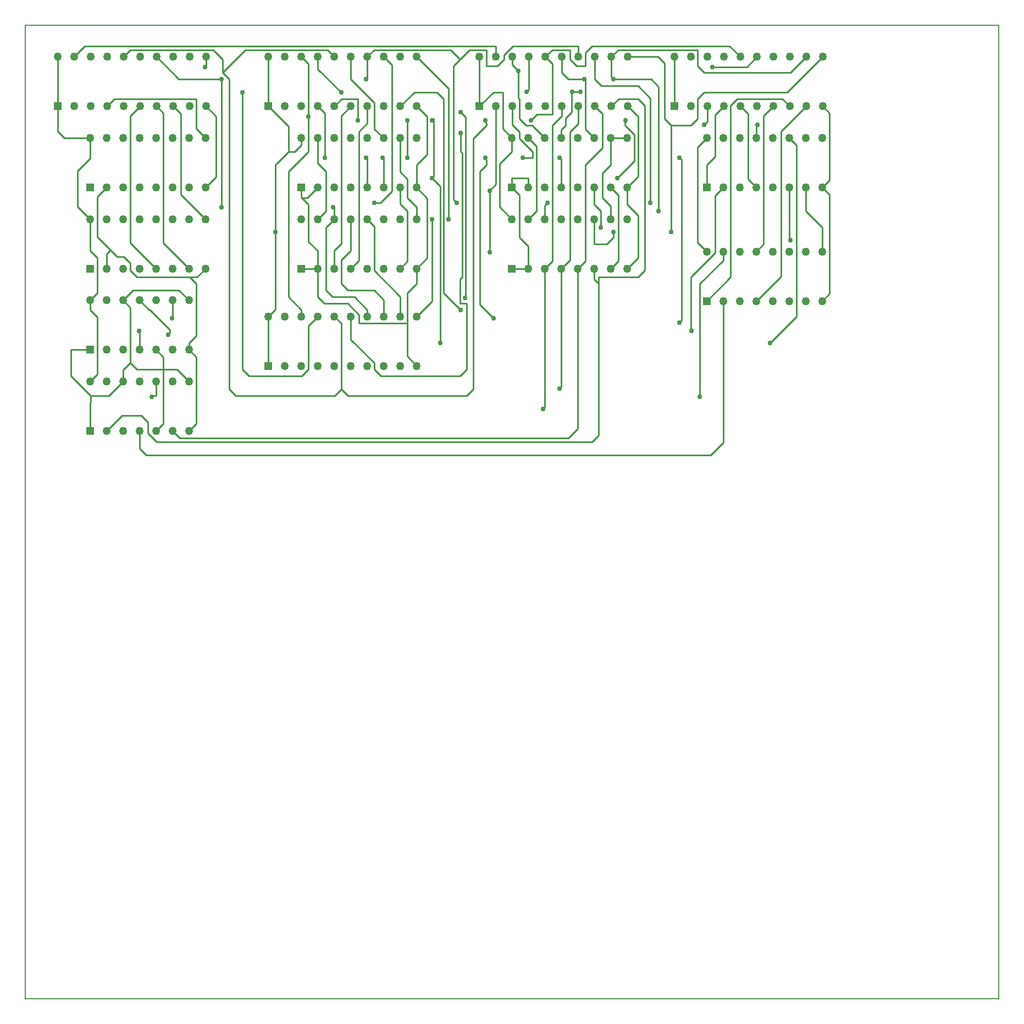
<source format=gbr>
G04 PROTEUS GERBER X2 FILE*
%TF.GenerationSoftware,Labcenter,Proteus,8.6-SP2-Build23525*%
%TF.CreationDate,2019-09-23T20:59:54+00:00*%
%TF.FileFunction,Copper,L2,Bot*%
%TF.FilePolarity,Positive*%
%TF.Part,Single*%
%FSLAX45Y45*%
%MOMM*%
G01*
%TA.AperFunction,Conductor*%
%ADD10C,0.254000*%
%TA.AperFunction,ViaPad*%
%ADD11C,0.762000*%
%TA.AperFunction,ComponentPad*%
%ADD12R,1.270000X1.270000*%
%ADD13C,1.270000*%
%TA.AperFunction,Profile*%
%ADD14C,0.203200*%
%TD.AperFunction*%
D10*
X-1206500Y+8191500D02*
X-1230000Y+8215000D01*
X-1230000Y+9000000D01*
X-2730500Y+6794500D02*
X-2743200Y+6807200D01*
X-2743200Y+7620000D01*
X-2373000Y+7990200D01*
X-2373000Y+8873000D01*
X-2246000Y+9000000D01*
X-11239500Y+6794500D02*
X-11238000Y+6793000D01*
X-11238000Y+6500000D01*
X-2921000Y+6921500D02*
X-2889250Y+6953250D01*
X-2889250Y+9429750D01*
X-2921000Y+9461500D01*
X-1524000Y+6604000D02*
X-1117600Y+7010400D01*
X-1117600Y+9649600D01*
X-1230000Y+9762000D01*
X-10795000Y+6731000D02*
X-10795000Y+6743700D01*
X-10769600Y+6769100D01*
X-10769600Y+6807200D01*
X-11074400Y+7112000D01*
X-11088000Y+7112000D01*
X-11238000Y+7262000D01*
X-976000Y+9000000D02*
X-976000Y+8636000D01*
X-722000Y+8382000D01*
X-722000Y+8012000D01*
X-11238000Y+5250000D02*
X-11238000Y+4978400D01*
X-11136400Y+4876800D01*
X-2438400Y+4876800D01*
X-2246000Y+5069200D01*
X-2246000Y+7250000D01*
X-2603500Y+5778500D02*
X-2603500Y+7518400D01*
X-2246000Y+7875900D01*
X-2246000Y+8012000D01*
X-11049000Y+5778500D02*
X-11074400Y+5778500D01*
X-11074400Y+5791200D01*
X-10984000Y+5791200D01*
X-10984000Y+6012000D01*
X-10222000Y+9762000D02*
X-10363200Y+9903200D01*
X-10363200Y+10363200D01*
X-11624800Y+10363200D01*
X-11738000Y+10250000D01*
X-10984000Y+7750000D02*
X-11379200Y+8145200D01*
X-11379200Y+10100800D01*
X-11230000Y+10250000D01*
X-10476000Y+7750000D02*
X-10871200Y+8145200D01*
X-10871200Y+10145200D01*
X-10976000Y+10250000D01*
X-10222000Y+8512000D02*
X-10603000Y+8893000D01*
X-10603000Y+10131000D01*
X-10722000Y+10250000D01*
X-11492000Y+7262000D02*
X-11379200Y+7149200D01*
X-11379200Y+6299200D01*
X-10871200Y+6197600D02*
X-11277600Y+6197600D01*
X-11379200Y+6299200D01*
X-10984000Y+5250000D02*
X-10871200Y+5362800D01*
X-10871200Y+6197600D01*
X-10661600Y+6197600D01*
X-10476000Y+6012000D01*
X-11492000Y+6012000D02*
X-11712800Y+5791200D01*
X-11988800Y+5791200D01*
X-10871200Y+6197600D02*
X-10871200Y+6387200D01*
X-10984000Y+6500000D01*
X-11988800Y+5791200D02*
X-12293600Y+6096000D01*
X-12293600Y+6500000D01*
X-12000000Y+6500000D01*
X-11492000Y+7262000D02*
X-11337200Y+7416800D01*
X-10630800Y+7416800D01*
X-10476000Y+7262000D01*
X-11492000Y+6012000D02*
X-11492000Y+6186400D01*
X-11379200Y+6299200D01*
X-11988800Y+5791200D02*
X-11988800Y+5689600D01*
X-12000000Y+5678400D01*
X-12000000Y+5250000D01*
X-1738000Y+7250000D02*
X-1357000Y+7631000D01*
X-1357000Y+9861000D01*
X-968000Y+10250000D01*
X-2500000Y+7250000D02*
X-2133600Y+7616400D01*
X-2133600Y+10261600D01*
X-2032000Y+10363200D01*
X-1335200Y+10363200D01*
X-1222000Y+10250000D01*
X-1738000Y+8012000D02*
X-1625600Y+8124400D01*
X-1625600Y+10100400D01*
X-1476000Y+10250000D01*
X-1738000Y+9000000D02*
X-1865000Y+9127000D01*
X-1865000Y+10131000D01*
X-1984000Y+10250000D01*
X-2500000Y+9000000D02*
X-2500000Y+9347200D01*
X-2373000Y+9474200D01*
X-2373000Y+10115000D01*
X-2238000Y+10250000D01*
X-2540000Y+9969500D02*
X-2492000Y+10017500D01*
X-2492000Y+10250000D01*
X-1714500Y+9969500D02*
X-1738000Y+9946000D01*
X-1738000Y+9762000D01*
X-3048000Y+9956800D02*
X-2743200Y+9956800D01*
X-2641600Y+10058400D01*
X-2641600Y+10363200D01*
X-2540000Y+10464800D01*
X-1261200Y+10464800D01*
X-714000Y+11012000D01*
X-6964000Y+11012000D02*
X-6477000Y+10525000D01*
X-6477000Y+8509000D01*
X-3714000Y+11012000D02*
X-3251200Y+11012000D01*
X-3149600Y+10910400D01*
X-3149600Y+10058400D01*
X-3048000Y+9956800D01*
X-10223500Y+10858500D02*
X-10214000Y+10868000D01*
X-10214000Y+11012000D01*
X-6731000Y+8509000D02*
X-6731000Y+7245000D01*
X-6964000Y+7012000D01*
X-3048000Y+9956800D02*
X-3048000Y+8318500D01*
X-3937000Y+8318500D02*
X-3937000Y+8229600D01*
X-4038600Y+8128000D01*
X-4230000Y+8128000D01*
X-4230000Y+8512000D01*
X-7734000Y+8512000D02*
X-7620000Y+8398000D01*
X-7620000Y+7721600D01*
X-7218000Y+7319600D01*
X-7218000Y+7012000D01*
X-3968000Y+11012000D02*
X-3968000Y+10699000D01*
X-3937000Y+10668000D01*
X-3746500Y+10668000D02*
X-3937000Y+10668000D01*
X-3968000Y+11012000D02*
X-3860600Y+11119400D01*
X-2641600Y+11119400D01*
X-2641600Y+10871200D01*
X-2540000Y+10769600D01*
X-1210400Y+10769600D01*
X-968000Y+11012000D01*
X-3746500Y+10668000D02*
X-3352800Y+10668000D01*
X-3238500Y+10553700D01*
X-3238500Y+8636000D01*
X-7988000Y+8512000D02*
X-7988000Y+8026400D01*
X-8128000Y+7886400D01*
X-8128000Y+7518400D01*
X-8026400Y+7416800D01*
X-7620000Y+7416800D01*
X-7472000Y+7268800D01*
X-7472000Y+7012000D01*
X-7472000Y+11012000D02*
X-7349000Y+10889000D01*
X-7349000Y+8940800D01*
X-7526800Y+8763000D01*
X-7620000Y+8763000D01*
X-4222000Y+11012000D02*
X-4222000Y+10668000D01*
X-4120400Y+10566400D01*
X-3556000Y+10566400D01*
X-3365500Y+10375900D01*
X-3365500Y+8763000D01*
X-8242000Y+8512000D02*
X-8369000Y+8385000D01*
X-8369000Y+7416800D01*
X-8267400Y+7315200D01*
X-7924800Y+7315200D01*
X-7726000Y+7116400D01*
X-7726000Y+7012000D01*
X-9969500Y+10668000D02*
X-10632000Y+10668000D01*
X-10976000Y+11012000D01*
X-4476000Y+11012000D02*
X-4476000Y+11176000D01*
X-5486400Y+11176000D01*
X-5619000Y+11043400D01*
X-5619000Y+10972800D01*
X-5720600Y+10871200D01*
X-5892800Y+10871200D01*
X-5892800Y+11119400D01*
X-6152600Y+11119400D01*
X-6299200Y+10972800D01*
X-7726000Y+11012000D02*
X-7618600Y+11119400D01*
X-6445800Y+11119400D01*
X-6299200Y+10972800D01*
X-6350000Y+8763000D02*
X-6400800Y+8813800D01*
X-6400800Y+10871200D01*
X-6299200Y+10972800D01*
X-7726000Y+11012000D02*
X-7726000Y+10689000D01*
X-7747000Y+10668000D01*
X-9969500Y+10541000D02*
X-9969500Y+10668000D01*
X-9969500Y+10541000D02*
X-9969500Y+8699500D01*
X-8242000Y+8512000D02*
X-8242000Y+8686500D01*
X-8255000Y+8699500D01*
X-4953000Y+8763000D02*
X-4992000Y+8724000D01*
X-4992000Y+8512000D01*
X-4730000Y+11012000D02*
X-4730000Y+10769600D01*
X-4628400Y+10668000D01*
X-4381500Y+10668000D01*
X-7480000Y+9762000D02*
X-7620000Y+9902000D01*
X-7620000Y+10308000D01*
X-7980000Y+10668000D01*
X-7980000Y+11012000D01*
X-2413000Y+10858500D02*
X-1883500Y+10858500D01*
X-1730000Y+11012000D01*
X-4368800Y+10566400D02*
X-4368800Y+10655300D01*
X-4381500Y+10668000D01*
X-4368800Y+10566400D02*
X-4368800Y+9900800D01*
X-4230000Y+9762000D01*
X-6286500Y+9842500D02*
X-6286500Y+9550400D01*
X-6267450Y+9531350D01*
X-6267450Y+7620000D01*
X-6299200Y+7588250D01*
X-6299200Y+7213600D01*
X-6197600Y+7213600D01*
X-6197600Y+6197600D01*
X-6299200Y+6096000D01*
X-7518400Y+6096000D01*
X-7620000Y+6197600D01*
X-7620000Y+6299200D01*
X-7980000Y+6659200D01*
X-7980000Y+7012000D01*
X-8128000Y+5892800D02*
X-8026400Y+5791200D01*
X-6197600Y+5791200D01*
X-6096000Y+5892800D01*
X-6096000Y+9753600D01*
X-5892800Y+9956800D01*
X-5892800Y+9994900D01*
X-5905500Y+10007600D01*
X-5905500Y+10033000D01*
X-9956800Y+10769600D02*
X-9607000Y+11119400D01*
X-8341400Y+11119400D01*
X-8234000Y+11012000D01*
X-8128000Y+5892800D02*
X-8229600Y+5791200D01*
X-9753600Y+5791200D01*
X-9855200Y+5892800D01*
X-9855200Y+10668000D01*
X-9956800Y+10769600D01*
X-9956800Y+10972800D01*
X-10103400Y+11119400D01*
X-11376600Y+11119400D01*
X-11484000Y+11012000D01*
X-4984000Y+11012000D02*
X-4876800Y+10904800D01*
X-4876800Y+10128800D01*
X-5111200Y+10128800D01*
X-5207000Y+10033000D01*
X-8128000Y+5892800D02*
X-8128000Y+6906000D01*
X-8234000Y+7012000D01*
X-4984000Y+11012000D02*
X-4876600Y+11119400D01*
X-4603000Y+11119400D01*
X-4603000Y+10972800D01*
X-4501400Y+10871200D01*
X-4368800Y+10871200D01*
X-4368800Y+11074400D01*
X-4267200Y+11176000D01*
X-2148000Y+11176000D01*
X-1984000Y+11012000D01*
X-9652000Y+10464800D02*
X-9652000Y+6197600D01*
X-9550400Y+6096000D01*
X-8737600Y+6096000D01*
X-8636000Y+6197600D01*
X-8636000Y+6864000D01*
X-8488000Y+7012000D01*
X-8128000Y+10464800D02*
X-8488000Y+10824800D01*
X-8488000Y+11012000D01*
X-4572000Y+10477500D02*
X-4577600Y+10471900D01*
X-4577600Y+10160000D01*
X-4673600Y+10064000D01*
X-4673600Y+9956800D01*
X-4738000Y+9892400D01*
X-4738000Y+9762000D01*
X-5270500Y+10477500D02*
X-5238000Y+10510000D01*
X-5238000Y+11012000D01*
X-4572000Y+10477500D02*
X-4533901Y+10477500D01*
X-4533900Y+10477499D01*
X-4483100Y+10477499D01*
X-4483099Y+10477500D01*
X-4445000Y+10477500D01*
X-4992000Y+9762000D02*
X-5186800Y+9956800D01*
X-5283200Y+9956800D01*
X-5384800Y+10058400D01*
X-5384800Y+10363200D01*
X-5397500Y+10375900D01*
X-5397500Y+10795000D01*
X-8636000Y+10096500D02*
X-8636000Y+9550400D01*
X-8940800Y+9245600D01*
X-8940800Y+7315200D01*
X-8742000Y+7116400D01*
X-8742000Y+7012000D01*
X-8636000Y+10096500D02*
X-8636000Y+10906000D01*
X-8742000Y+11012000D01*
X-5397500Y+10795000D02*
X-5492000Y+10889500D01*
X-5492000Y+11012000D01*
X-3976000Y+7750000D02*
X-3860800Y+7865200D01*
X-3860800Y+8884800D01*
X-3976000Y+9000000D01*
X-7226000Y+7750000D02*
X-7112000Y+7864000D01*
X-7112000Y+8636000D01*
X-7226000Y+8750000D01*
X-7226000Y+9000000D01*
X-5746000Y+11012000D02*
X-5746000Y+11176000D01*
X-12082000Y+11176000D01*
X-12246000Y+11012000D01*
X-7112000Y+7010400D02*
X-7112000Y+6908800D01*
X-8496000Y+7750000D02*
X-8496000Y+7315200D01*
X-8394400Y+7213600D01*
X-8026400Y+7213600D01*
X-7853000Y+7040200D01*
X-7853000Y+6908800D01*
X-7112000Y+6908800D01*
X-7112000Y+6398000D01*
X-6964000Y+6250000D01*
X-11684000Y+8039100D02*
X-11582400Y+7937500D01*
X-11480800Y+7937500D01*
X-11379200Y+7835900D01*
X-11379200Y+7721600D01*
X-11277600Y+7620000D01*
X-10464800Y+7620000D01*
X-8496000Y+7750000D02*
X-8496000Y+8026400D01*
X-8636000Y+8166400D01*
X-8636000Y+8737600D01*
X-8737600Y+8839200D01*
X-5500000Y+9000000D02*
X-5384800Y+8884800D01*
X-5384800Y+8229600D01*
X-5246000Y+8090800D01*
X-5246000Y+7750000D01*
X-722000Y+9000000D02*
X-609600Y+8887600D01*
X-609600Y+7362400D01*
X-722000Y+7250000D01*
X-722000Y+9000000D02*
X-609600Y+9112400D01*
X-609600Y+10145600D01*
X-714000Y+10250000D01*
X-10476000Y+6500000D02*
X-10476000Y+6604000D01*
X-10363200Y+6716800D01*
X-10363200Y+7518400D01*
X-10464800Y+7620000D01*
X-6972000Y+7750000D02*
X-6972000Y+7518400D01*
X-7112000Y+7378400D01*
X-7112000Y+7010400D01*
X-10222000Y+7750000D02*
X-10352000Y+7620000D01*
X-10464800Y+7620000D01*
X-11684000Y+8039100D02*
X-11746000Y+7977100D01*
X-11746000Y+7750000D01*
X-10222000Y+9000000D02*
X-10058400Y+9163600D01*
X-10058400Y+10094400D01*
X-10214000Y+10250000D01*
X-3722000Y+9000000D02*
X-3556000Y+9166000D01*
X-3556000Y+10092000D01*
X-3714000Y+10250000D01*
X-6972000Y+9000000D02*
X-6972000Y+9347200D01*
X-6807200Y+9512000D01*
X-6807200Y+10093200D01*
X-6964000Y+10250000D01*
X-10476000Y+6500000D02*
X-10363200Y+6387200D01*
X-10363200Y+5362800D01*
X-10476000Y+5250000D01*
X-6972000Y+9000000D02*
X-6807200Y+8835200D01*
X-6807200Y+7914800D01*
X-6972000Y+7750000D01*
X-3722000Y+9000000D02*
X-3722000Y+8737600D01*
X-3556000Y+8571600D01*
X-3556000Y+7916000D01*
X-3722000Y+7750000D01*
X-11684000Y+8039100D02*
X-11887200Y+8242300D01*
X-11887200Y+8858800D01*
X-11746000Y+9000000D01*
X-8750000Y+9000000D02*
X-8750000Y+8851600D01*
X-8737600Y+8839200D01*
X-8656800Y+8839200D01*
X-8496000Y+9000000D01*
X-8750000Y+7750000D02*
X-8750000Y+7749999D01*
X-8636000Y+7749999D01*
X-8635999Y+7750000D01*
X-8496000Y+7750000D01*
X-5500000Y+9000000D02*
X-5500000Y+9144000D01*
X-5246000Y+9144000D01*
X-5246000Y+9000000D01*
X-5500000Y+7750000D02*
X-5500000Y+7749999D01*
X-5384800Y+7749999D01*
X-5384799Y+7750000D01*
X-5246000Y+7750000D01*
X-7226000Y+9762000D02*
X-7226000Y+9245600D01*
X-7112000Y+9131600D01*
X-7112000Y+8839200D01*
X-6972000Y+8699200D01*
X-6972000Y+8512000D01*
X-3976000Y+9762000D02*
X-3976000Y+9347200D01*
X-4103000Y+9220200D01*
X-4103000Y+8839200D01*
X-3976000Y+8712200D01*
X-3976000Y+8512000D01*
X-3976000Y+9762000D02*
X-3722000Y+9762000D01*
X-6286500Y+7112000D02*
X-6553200Y+7378700D01*
X-6553200Y+10363200D01*
X-6654800Y+10464800D01*
X-7003200Y+10464800D01*
X-7218000Y+10250000D01*
X-6223000Y+7302500D02*
X-6210300Y+7315200D01*
X-6210300Y+10083800D01*
X-6286500Y+10160000D01*
X-7988000Y+7750000D02*
X-7861000Y+7877000D01*
X-7861000Y+9855200D01*
X-7726000Y+9990200D01*
X-7726000Y+10250000D01*
X-8242000Y+7750000D02*
X-8242000Y+8026400D01*
X-8128000Y+8140400D01*
X-8128000Y+10102000D01*
X-7980000Y+10250000D01*
X-7874000Y+10033000D02*
X-7874000Y+10363200D01*
X-8120800Y+10363200D01*
X-8234000Y+10250000D01*
X-7112000Y+9461500D02*
X-7112000Y+10033000D01*
X-7480000Y+9000000D02*
X-7480000Y+9448500D01*
X-7493000Y+9461500D01*
X-8382000Y+9461500D02*
X-8382000Y+10144000D01*
X-8488000Y+10250000D01*
X-7734000Y+9000000D02*
X-7734000Y+9448500D01*
X-7747000Y+9461500D01*
X-4165600Y+7518400D02*
X-4165600Y+5181600D01*
X-4267200Y+5080000D01*
X-10972800Y+5080000D01*
X-11111000Y+5218200D01*
X-11111000Y+5384800D01*
X-11212600Y+5486400D01*
X-11509600Y+5486400D01*
X-11746000Y+5250000D01*
X-4165600Y+7518400D02*
X-4230000Y+7582800D01*
X-4230000Y+7750000D01*
X-4165600Y+7620000D02*
X-4165600Y+7518400D01*
X-4165600Y+7620000D02*
X-3556000Y+7620000D01*
X-3454400Y+7721600D01*
X-3454400Y+10261600D01*
X-3556000Y+10363200D01*
X-3854800Y+10363200D01*
X-3968000Y+10250000D01*
X-4484000Y+7750000D02*
X-4484000Y+5283200D01*
X-4627600Y+5139600D01*
X-10619600Y+5139600D01*
X-10730000Y+5250000D01*
X-4484000Y+7750000D02*
X-4368800Y+7865200D01*
X-4368800Y+9347200D01*
X-4103000Y+9613000D01*
X-4103000Y+10131000D01*
X-4222000Y+10250000D01*
X-4738000Y+7750000D02*
X-4604200Y+7883800D01*
X-4604200Y+9855200D01*
X-4476000Y+9983400D01*
X-4476000Y+10250000D01*
X-4738000Y+7750000D02*
X-4738000Y+5930000D01*
X-4762500Y+5905500D01*
X-4992000Y+7750000D02*
X-4876800Y+7865200D01*
X-4876800Y+9956800D01*
X-4730000Y+10103600D01*
X-4730000Y+10250000D01*
X-4992000Y+7750000D02*
X-4992000Y+5612500D01*
X-5016500Y+5588000D01*
X-4230000Y+9000000D02*
X-4230000Y+8737600D01*
X-4127500Y+8635100D01*
X-4127500Y+8382000D01*
X-3873500Y+9144000D02*
X-3613600Y+9403900D01*
X-3613600Y+9811200D01*
X-3759200Y+9956800D01*
X-3759200Y+9994900D01*
X-3746500Y+10007600D01*
X-3746500Y+10033000D01*
X-6731000Y+9144000D02*
X-6604000Y+9017000D01*
X-6604000Y+6604000D01*
X-6731000Y+10033000D02*
X-6731000Y+10058400D01*
X-6705600Y+10058400D01*
X-6705600Y+9169400D01*
X-6731000Y+9144000D01*
X-5334000Y+9461500D02*
X-5181600Y+9461500D01*
X-5181600Y+9550400D01*
X-5384800Y+9753600D01*
X-5384800Y+9855200D01*
X-5492000Y+9962400D01*
X-5492000Y+10250000D01*
X-4762500Y+9461500D02*
X-4738000Y+9437000D01*
X-4738000Y+9000000D01*
X-5778500Y+6985000D02*
X-5994400Y+7200900D01*
X-5994400Y+9245600D01*
X-5892800Y+9347200D01*
X-5892800Y+9423400D01*
X-5905500Y+9436100D01*
X-5905500Y+9461500D01*
X-10731500Y+6985000D02*
X-10730000Y+6986500D01*
X-10730000Y+7262000D01*
X-5842000Y+8953500D02*
X-5746000Y+9049500D01*
X-5746000Y+10250000D01*
X-5842000Y+8953500D02*
X-5842000Y+8001000D01*
X-8496000Y+8512000D02*
X-8369000Y+8639000D01*
X-8369000Y+9245600D01*
X-8496000Y+9372600D01*
X-8496000Y+9762000D01*
X-5246000Y+8512000D02*
X-5119000Y+8639000D01*
X-5119000Y+9635000D01*
X-5246000Y+9762000D01*
X-12000000Y+9762000D02*
X-12395200Y+9762000D01*
X-12500000Y+9866800D01*
X-12500000Y+10250000D01*
X-5500000Y+9762000D02*
X-5641600Y+9903600D01*
X-5641600Y+10464800D01*
X-5785200Y+10464800D01*
X-6000000Y+10250000D01*
X-9250000Y+10250000D02*
X-8940800Y+9940800D01*
X-8940800Y+9550400D01*
X-9250000Y+7012000D02*
X-9144000Y+7118000D01*
X-9144000Y+8318500D01*
X-8940800Y+9550400D02*
X-9144000Y+9347200D01*
X-9144000Y+8318500D01*
X-8750000Y+9762000D02*
X-8750000Y+9652000D01*
X-8851600Y+9550400D01*
X-8940800Y+9550400D01*
X-2500000Y+9762000D02*
X-2641600Y+9620400D01*
X-2641600Y+8153600D01*
X-2500000Y+8012000D01*
X-12000000Y+9762000D02*
X-12000000Y+9448800D01*
X-12192000Y+9256800D01*
X-12192000Y+8704000D01*
X-12000000Y+8512000D01*
X-12000000Y+8026400D01*
X-11887200Y+7913600D01*
X-11887200Y+7374800D01*
X-12000000Y+7262000D01*
X-12000000Y+7112000D01*
X-11887200Y+6999200D01*
X-11887200Y+6124800D01*
X-12000000Y+6012000D01*
X-5500000Y+9762000D02*
X-5500000Y+9550400D01*
X-5689600Y+9360800D01*
X-5689600Y+8701600D01*
X-5500000Y+8512000D01*
X-12500000Y+10250000D02*
X-12500000Y+11012000D01*
X-6000000Y+10250000D02*
X-6000000Y+11012000D01*
X-3000000Y+10250000D02*
X-3000000Y+11012000D01*
X-9250000Y+6250000D02*
X-9250000Y+7012000D01*
X-9250000Y+10250000D02*
X-9250000Y+11012000D01*
D11*
X-1206500Y+8191500D03*
X-2730500Y+6794500D03*
X-11239500Y+6794500D03*
X-2921000Y+9461500D03*
X-2921000Y+6921500D03*
X-1524000Y+6604000D03*
X-10795000Y+6731000D03*
X-2603500Y+5778500D03*
X-11049000Y+5778500D03*
X-2540000Y+9969500D03*
X-1714500Y+9969500D03*
X-10223500Y+10858500D03*
X-6731000Y+8509000D03*
X-3048000Y+8318500D03*
X-3937000Y+8318500D03*
X-6477000Y+8509000D03*
X-3937000Y+10668000D03*
X-3238500Y+8636000D03*
X-7620000Y+8763000D03*
X-3365500Y+8763000D03*
X-7747000Y+10668000D03*
X-9969500Y+10668000D03*
X-9969500Y+8699500D03*
X-8255000Y+8699500D03*
X-4953000Y+8763000D03*
X-6350000Y+8763000D03*
X-2413000Y+10858500D03*
X-4381500Y+10668000D03*
X-6286500Y+9842500D03*
X-5905500Y+10033000D03*
X-5207000Y+10033000D03*
X-5270500Y+10477500D03*
X-4445000Y+10477500D03*
X-4572000Y+10477500D03*
X-9652000Y+10464800D03*
X-8128000Y+10464800D03*
X-8636000Y+10096500D03*
X-5397500Y+10795000D03*
X-6286500Y+7112000D03*
X-6286500Y+10160000D03*
X-6223000Y+7302500D03*
X-7874000Y+10033000D03*
X-7112000Y+10033000D03*
X-7112000Y+9461500D03*
X-7493000Y+9461500D03*
X-8382000Y+9461500D03*
X-7747000Y+9461500D03*
X-4762500Y+5905500D03*
X-5016500Y+5588000D03*
X-4127500Y+8382000D03*
X-3746500Y+10033000D03*
X-3873500Y+9144000D03*
X-6604000Y+6604000D03*
X-6731000Y+9144000D03*
X-6731000Y+10033000D03*
X-4762500Y+9461500D03*
X-5905500Y+9461500D03*
X-5778500Y+6985000D03*
X-10731500Y+6985000D03*
X-5334000Y+9461500D03*
X-5842000Y+8001000D03*
X-5842000Y+8953500D03*
X-9144000Y+8318500D03*
D12*
X-12000000Y+9000000D03*
D13*
X-11746000Y+9000000D03*
X-11492000Y+9000000D03*
X-11238000Y+9000000D03*
X-10984000Y+9000000D03*
X-10730000Y+9000000D03*
X-10476000Y+9000000D03*
X-10222000Y+9000000D03*
X-10222000Y+9762000D03*
X-10476000Y+9762000D03*
X-10730000Y+9762000D03*
X-10984000Y+9762000D03*
X-11238000Y+9762000D03*
X-11492000Y+9762000D03*
X-11746000Y+9762000D03*
X-12000000Y+9762000D03*
D12*
X-12000000Y+7750000D03*
D13*
X-11746000Y+7750000D03*
X-11492000Y+7750000D03*
X-11238000Y+7750000D03*
X-10984000Y+7750000D03*
X-10730000Y+7750000D03*
X-10476000Y+7750000D03*
X-10222000Y+7750000D03*
X-10222000Y+8512000D03*
X-10476000Y+8512000D03*
X-10730000Y+8512000D03*
X-10984000Y+8512000D03*
X-11238000Y+8512000D03*
X-11492000Y+8512000D03*
X-11746000Y+8512000D03*
X-12000000Y+8512000D03*
D12*
X-8750000Y+9000000D03*
D13*
X-8496000Y+9000000D03*
X-8242000Y+9000000D03*
X-7988000Y+9000000D03*
X-7734000Y+9000000D03*
X-7480000Y+9000000D03*
X-7226000Y+9000000D03*
X-6972000Y+9000000D03*
X-6972000Y+9762000D03*
X-7226000Y+9762000D03*
X-7480000Y+9762000D03*
X-7734000Y+9762000D03*
X-7988000Y+9762000D03*
X-8242000Y+9762000D03*
X-8496000Y+9762000D03*
X-8750000Y+9762000D03*
D12*
X-8750000Y+7750000D03*
D13*
X-8496000Y+7750000D03*
X-8242000Y+7750000D03*
X-7988000Y+7750000D03*
X-7734000Y+7750000D03*
X-7480000Y+7750000D03*
X-7226000Y+7750000D03*
X-6972000Y+7750000D03*
X-6972000Y+8512000D03*
X-7226000Y+8512000D03*
X-7480000Y+8512000D03*
X-7734000Y+8512000D03*
X-7988000Y+8512000D03*
X-8242000Y+8512000D03*
X-8496000Y+8512000D03*
X-8750000Y+8512000D03*
D12*
X-9250000Y+10250000D03*
D13*
X-8996000Y+10250000D03*
X-8742000Y+10250000D03*
X-8488000Y+10250000D03*
X-8234000Y+10250000D03*
X-7980000Y+10250000D03*
X-7726000Y+10250000D03*
X-7472000Y+10250000D03*
X-7218000Y+10250000D03*
X-6964000Y+10250000D03*
X-6964000Y+11012000D03*
X-7218000Y+11012000D03*
X-7472000Y+11012000D03*
X-7726000Y+11012000D03*
X-7980000Y+11012000D03*
X-8234000Y+11012000D03*
X-8488000Y+11012000D03*
X-8742000Y+11012000D03*
X-8996000Y+11012000D03*
X-9250000Y+11012000D03*
D12*
X-5500000Y+9000000D03*
D13*
X-5246000Y+9000000D03*
X-4992000Y+9000000D03*
X-4738000Y+9000000D03*
X-4484000Y+9000000D03*
X-4230000Y+9000000D03*
X-3976000Y+9000000D03*
X-3722000Y+9000000D03*
X-3722000Y+9762000D03*
X-3976000Y+9762000D03*
X-4230000Y+9762000D03*
X-4484000Y+9762000D03*
X-4738000Y+9762000D03*
X-4992000Y+9762000D03*
X-5246000Y+9762000D03*
X-5500000Y+9762000D03*
D12*
X-5500000Y+7750000D03*
D13*
X-5246000Y+7750000D03*
X-4992000Y+7750000D03*
X-4738000Y+7750000D03*
X-4484000Y+7750000D03*
X-4230000Y+7750000D03*
X-3976000Y+7750000D03*
X-3722000Y+7750000D03*
X-3722000Y+8512000D03*
X-3976000Y+8512000D03*
X-4230000Y+8512000D03*
X-4484000Y+8512000D03*
X-4738000Y+8512000D03*
X-4992000Y+8512000D03*
X-5246000Y+8512000D03*
X-5500000Y+8512000D03*
D12*
X-6000000Y+10250000D03*
D13*
X-5746000Y+10250000D03*
X-5492000Y+10250000D03*
X-5238000Y+10250000D03*
X-4984000Y+10250000D03*
X-4730000Y+10250000D03*
X-4476000Y+10250000D03*
X-4222000Y+10250000D03*
X-3968000Y+10250000D03*
X-3714000Y+10250000D03*
X-3714000Y+11012000D03*
X-3968000Y+11012000D03*
X-4222000Y+11012000D03*
X-4476000Y+11012000D03*
X-4730000Y+11012000D03*
X-4984000Y+11012000D03*
X-5238000Y+11012000D03*
X-5492000Y+11012000D03*
X-5746000Y+11012000D03*
X-6000000Y+11012000D03*
D12*
X-12000000Y+6500000D03*
D13*
X-11746000Y+6500000D03*
X-11492000Y+6500000D03*
X-11238000Y+6500000D03*
X-10984000Y+6500000D03*
X-10730000Y+6500000D03*
X-10476000Y+6500000D03*
X-10476000Y+7262000D03*
X-10730000Y+7262000D03*
X-10984000Y+7262000D03*
X-11238000Y+7262000D03*
X-11492000Y+7262000D03*
X-11746000Y+7262000D03*
X-12000000Y+7262000D03*
D12*
X-12000000Y+5250000D03*
D13*
X-11746000Y+5250000D03*
X-11492000Y+5250000D03*
X-11238000Y+5250000D03*
X-10984000Y+5250000D03*
X-10730000Y+5250000D03*
X-10476000Y+5250000D03*
X-10476000Y+6012000D03*
X-10730000Y+6012000D03*
X-10984000Y+6012000D03*
X-11238000Y+6012000D03*
X-11492000Y+6012000D03*
X-11746000Y+6012000D03*
X-12000000Y+6012000D03*
D12*
X-9250000Y+6250000D03*
D13*
X-8996000Y+6250000D03*
X-8742000Y+6250000D03*
X-8488000Y+6250000D03*
X-8234000Y+6250000D03*
X-7980000Y+6250000D03*
X-7726000Y+6250000D03*
X-7472000Y+6250000D03*
X-7218000Y+6250000D03*
X-6964000Y+6250000D03*
X-6964000Y+7012000D03*
X-7218000Y+7012000D03*
X-7472000Y+7012000D03*
X-7726000Y+7012000D03*
X-7980000Y+7012000D03*
X-8234000Y+7012000D03*
X-8488000Y+7012000D03*
X-8742000Y+7012000D03*
X-8996000Y+7012000D03*
X-9250000Y+7012000D03*
D12*
X-2500000Y+9000000D03*
D13*
X-2246000Y+9000000D03*
X-1992000Y+9000000D03*
X-1738000Y+9000000D03*
X-1484000Y+9000000D03*
X-1230000Y+9000000D03*
X-976000Y+9000000D03*
X-722000Y+9000000D03*
X-722000Y+9762000D03*
X-976000Y+9762000D03*
X-1230000Y+9762000D03*
X-1484000Y+9762000D03*
X-1738000Y+9762000D03*
X-1992000Y+9762000D03*
X-2246000Y+9762000D03*
X-2500000Y+9762000D03*
D12*
X-2500000Y+7250000D03*
D13*
X-2246000Y+7250000D03*
X-1992000Y+7250000D03*
X-1738000Y+7250000D03*
X-1484000Y+7250000D03*
X-1230000Y+7250000D03*
X-976000Y+7250000D03*
X-722000Y+7250000D03*
X-722000Y+8012000D03*
X-976000Y+8012000D03*
X-1230000Y+8012000D03*
X-1484000Y+8012000D03*
X-1738000Y+8012000D03*
X-1992000Y+8012000D03*
X-2246000Y+8012000D03*
X-2500000Y+8012000D03*
D12*
X-3000000Y+10250000D03*
D13*
X-2746000Y+10250000D03*
X-2492000Y+10250000D03*
X-2238000Y+10250000D03*
X-1984000Y+10250000D03*
X-1730000Y+10250000D03*
X-1476000Y+10250000D03*
X-1222000Y+10250000D03*
X-968000Y+10250000D03*
X-714000Y+10250000D03*
X-714000Y+11012000D03*
X-968000Y+11012000D03*
X-1222000Y+11012000D03*
X-1476000Y+11012000D03*
X-1730000Y+11012000D03*
X-1984000Y+11012000D03*
X-2238000Y+11012000D03*
X-2492000Y+11012000D03*
X-2746000Y+11012000D03*
X-3000000Y+11012000D03*
D12*
X-12500000Y+10250000D03*
D13*
X-12246000Y+10250000D03*
X-11992000Y+10250000D03*
X-11738000Y+10250000D03*
X-11484000Y+10250000D03*
X-11230000Y+10250000D03*
X-10976000Y+10250000D03*
X-10722000Y+10250000D03*
X-10468000Y+10250000D03*
X-10214000Y+10250000D03*
X-10214000Y+11012000D03*
X-10468000Y+11012000D03*
X-10722000Y+11012000D03*
X-10976000Y+11012000D03*
X-11230000Y+11012000D03*
X-11484000Y+11012000D03*
X-11738000Y+11012000D03*
X-11992000Y+11012000D03*
X-12246000Y+11012000D03*
X-12500000Y+11012000D03*
D14*
X-13000000Y-3500000D02*
X+2000000Y-3500000D01*
X+2000000Y+11500000D01*
X-13000000Y+11500000D01*
X-13000000Y-3500000D01*
M02*

</source>
